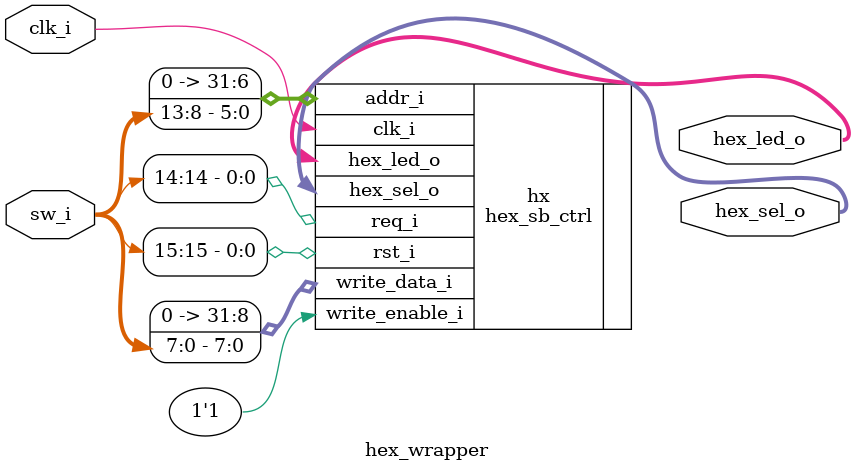
<source format=sv>
module hex_wrapper(
input logic  clk_i,
input logic [15:0] sw_i,
output logic [7:0] hex_sel_o,
output logic [6:0] hex_led_o
    );
    
    
                     
hex_sb_ctrl hx(
.clk_i(clk_i),          
.rst_i(sw_i[15]),          
.addr_i({26'b0, sw_i[13:8]}),         
.req_i(sw_i[14]),          
.write_data_i({24'b0, sw_i[7:0]}),   
.write_enable_i(1'b1),    
.hex_led_o(hex_led_o),
.hex_sel_o(hex_sel_o)
); 

endmodule

</source>
